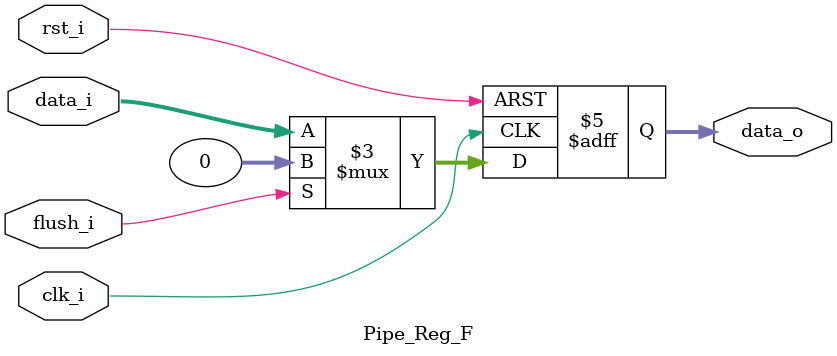
<source format=sv>
module Pipe_Reg_F #(parameter WIDTH=32)(
  clk_i,
  rst_i,
  flush_i,
  data_i,
  data_o
);
//---------------------------------------------------------------------
//        PORTS DECLARATION                             
//---------------------------------------------------------------------
input  logic              clk_i;
input  logic              rst_i;
input  logic            flush_i;
input  logic [WIDTH-1:0] data_i;
output logic [WIDTH-1:0] data_o;

//---------------------------------------------------------------------
//        ALWAYS BLOCK                             
//---------------------------------------------------------------------
always_ff@(posedge clk_i or posedge rst_i)begin
  if(rst_i)data_o <= {WIDTH{1'b0}};
  else if(flush_i)data_o <= {WIDTH{1'b0}};
  else data_o <= data_i;
end

endmodule
</source>
